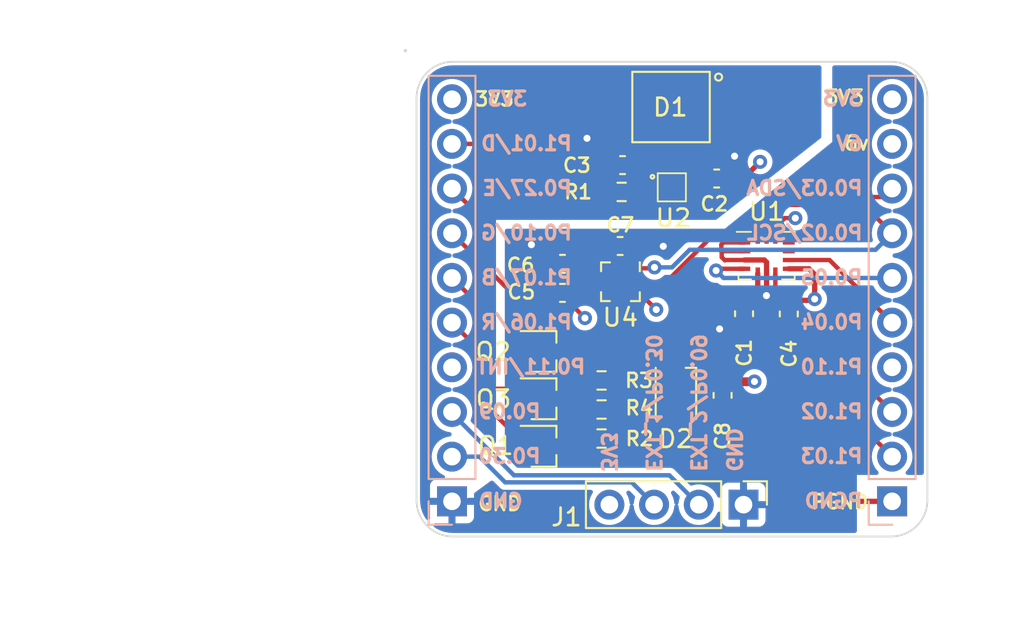
<source format=kicad_pcb>
(kicad_pcb (version 20221018) (generator pcbnew)
  (layers (0 "F.Cu" signal) (1 "In1.Cu" signal) (2 "In2.Cu" signal) (31 "B.Cu" power) (34 "B.Paste" user) (35 "F.Paste" user) (36 "B.SilkS" user "B.Silkscreen") (37 "F.SilkS" user "F.Silkscreen") (38 "B.Mask" user) (39 "F.Mask" user) (44 "Edge.Cuts" user))
  (net 0 "")
  (net 1 "GND")
  (net 2 "+3V3")
  (net 3 "Net-(D1-A)")
  (net 4 "Net-(D1-K)")
  (net 5 "LED_R")
  (net 6 "LED_B")
  (net 7 "SCL")
  (net 8 "SDA")
  (net 9 "LED_G")
  (net 10 "LH2_D")
  (net 11 "LH2_E")
  (net 12 "EXT_2")
  (net 13 "EXT_1")
  (net 14 "+6V")
  (net 15 "INT1")
  (net 17 "Net-(D2-RK)")
  (net 18 "Net-(D2-BK)")
  (net 19 "Net-(D2-GK)")
  (net 21 "INT2")
  (net 22 "Net-(U2-AVDD)")
  (net 23 "Net-(U2-RBIAS)")
  (net 24 "Net-(Q1-D)")
  (net 25 "Net-(Q2-D)")
  (net 26 "Net-(Q3-D)")
  (net 29 "Net-(U4-C1)")
  (net 30 "INT")
  (net 31 "DRDY")
  (footprint "Resistor_SMD:R_0603_1608Metric" (layer "F.Cu") (at 138.495 116.128)
    (fp_text reference "R3" (at 2.125 0.004 180) (layer "F.SilkS") (effects (font (size 0.8 0.8))))
    (fp_text value "750")
    (fp_line (start -0.237258 -0.5225) (end 0.237258 -0.5225) (stroke (width 0.12)) (layer "F.SilkS"))
    (fp_line (start -0.237258 0.5225) (end 0.237258 0.5225) (stroke (width 0.12)) (layer "F.SilkS"))
    (pad "1" smd roundrect (at -0.825 0) (size 0.8 0.95) (layers "F.Cu" "F.Paste" "F.Mask") (net 25 "Net-(Q2-D)"))
    (pad "2" smd roundrect (at 0.825 0) (size 0.8 0.95) (layers "F.Cu" "F.Paste" "F.Mask") (net 19 "Net-(D2-GK)"))
  )
  (footprint "Package_TO_SOT_SMD:SOT-323_SC-70" (layer "F.Cu") (at 135.2 114.48)
    (fp_text reference "Q2" (at -2.86 0.01 180) (layer "F.SilkS"))
    (fp_text value "NX6008NBKWX")
    (fp_line (start -0.68 1.16) (end 0.73 1.16) (stroke (width 0.12)) (layer "F.SilkS"))
    (fp_line (start 0.73 -1.16) (end -1.3 -1.16) (stroke (width 0.12)) (layer "F.SilkS"))
    (fp_line (start 0.73 -1.16) (end 0.73 -0.5) (stroke (width 0.12)) (layer "F.SilkS"))
    (fp_line (start 0.73 0.5) (end 0.73 1.16) (stroke (width 0.12)) (layer "F.SilkS"))
    (pad "1" smd rect (at -1 -0.65 270) (size 0.45 0.7) (layers "F.Cu" "F.Paste" "F.Mask") (net 9 "LED_G"))
    (pad "2" smd rect (at -1 0.65 270) (size 0.45 0.7) (layers "F.Cu" "F.Paste" "F.Mask") (net 1 "GND"))
    (pad "3" smd rect (at 1 0 270) (size 0.45 0.7) (layers "F.Cu" "F.Paste" "F.Mask") (net 25 "Net-(Q2-D)"))
  )
  (footprint "Resistor_SMD:R_0603_1608Metric" (layer "F.Cu") (at 138.495 117.779)
    (fp_text reference "R4" (at 2.145 -0.087) (layer "F.SilkS") (effects (font (size 0.8 0.8))))
    (fp_text value "750")
    (fp_line (start -0.237258 -0.5225) (end 0.237258 -0.5225) (stroke (width 0.12)) (layer "F.SilkS"))
    (fp_line (start -0.237258 0.5225) (end 0.237258 0.5225) (stroke (width 0.12)) (layer "F.SilkS"))
    (pad "1" smd roundrect (at -0.825 0) (size 0.8 0.95) (layers "F.Cu" "F.Paste" "F.Mask") (net 26 "Net-(Q3-D)"))
    (pad "2" smd roundrect (at 0.825 0) (size 0.8 0.95) (layers "F.Cu" "F.Paste" "F.Mask") (net 18 "Net-(D2-BK)"))
  )
  (footprint "DotBot:TS4231" (layer "F.Cu") (at 142.486 105.148)
    (fp_text reference "U2" (at 0.084 1.752) (layer "F.SilkS"))
    (fp_text value "TS4231")
    (fp_line (start -0.8 -0.8) (end 0.8 -0.8) (stroke (width 0.1)) (layer "F.SilkS"))
    (fp_line (start -0.8 0.8) (end -0.8 -0.8) (stroke (width 0.1)) (layer "F.SilkS"))
    (fp_line (start 0.8 -0.8) (end 0.8 0.8) (stroke (width 0.1)) (layer "F.SilkS"))
    (fp_line (start 0.8 0.8) (end -0.8 0.8) (stroke (width 0.1)) (layer "F.SilkS"))
    (fp_circle (center -1.1 -0.6) (end -1 -0.6) (stroke (width 0.12)) (fill none) (layer "F.SilkS"))
    (pad "A1" smd circle (at -0.5 -0.5) (size 0.35 0.35) (layers "F.Cu" "F.Paste" "F.Mask") (net 22 "Net-(U2-AVDD)"))
    (pad "A2" smd circle (at 0 -0.5) (size 0.35 0.35) (layers "F.Cu" "F.Paste" "F.Mask") (net 3 "Net-(D1-A)"))
    (pad "A3" smd circle (at 0.5 -0.5) (size 0.35 0.35) (layers "F.Cu" "F.Paste" "F.Mask") (net 4 "Net-(D1-K)"))
    (pad "B1" smd circle (at -0.5 0) (size 0.35 0.35) (layers "F.Cu" "F.Paste" "F.Mask") (net 23 "Net-(U2-RBIAS)"))
    (pad "B2" smd circle (at 0 0) (size 0.35 0.35) (layers "F.Cu" "F.Paste" "F.Mask") (net 1 "GND"))
    (pad "B3" smd circle (at 0.5 0) (size 0.35 0.35) (layers "F.Cu" "F.Paste" "F.Mask") (net 1 "GND"))
    (pad "C1" smd circle (at -0.5 0.5) (size 0.35 0.35) (layers "F.Cu" "F.Paste" "F.Mask") (net 10 "LH2_D"))
    (pad "C2" smd circle (at 0 0.5) (size 0.35 0.35) (layers "F.Cu" "F.Paste" "F.Mask") (net 11 "LH2_E"))
    (pad "C3" smd circle (at 0.5 0.5) (size 0.35 0.35) (layers "F.Cu" "F.Paste" "F.Mask") (net 2 "+3V3"))
  )
  (footprint "Package_LGA:LGA-12_2x2mm_P0.5mm" (layer "F.Cu") (at 139.568 110.5155 -90)
    (fp_text reference "U4" (at 2.0325 0.004 -180) (layer "F.SilkS"))
    (fp_text value "LIS3MDL")
    (fp_line (start -1.1 -1.1) (end -1.1 -1.1) (stroke (width 0.12)) (layer "F.SilkS"))
    (fp_line (start -1.1 0.6) (end -1.1 0.6) (stroke (width 0.12)) (layer "F.SilkS"))
    (fp_line (start -1.1 1.1) (end -1.1 0.6) (stroke (width 0.12)) (layer "F.SilkS"))
    (fp_line (start -0.6 -1.1) (end -1.1 -1.1) (stroke (width 0.12)) (layer "F.SilkS"))
    (fp_line (start -0.6 1.1) (end -1.1 1.1) (stroke (width 0.12)) (layer "F.SilkS"))
    (fp_line (start 0.6 -1.1) (end 1.1 -1.1) (stroke (width 0.12)) (layer "F.SilkS"))
    (fp_line (start 0.6 1.1) (end 0.6 1.1) (stroke (width 0.12)) (layer "F.SilkS"))
    (fp_line (start 1.1 -1.1) (end 1.1 -0.6) (stroke (width 0.12)) (layer "F.SilkS"))
    (fp_line (start 1.1 -0.6) (end 1.1 -0.6) (stroke (width 0.12)) (layer "F.SilkS"))
    (fp_line (start 1.1 0.6) (end 1.1 1.1) (stroke (width 0.12)) (layer "F.SilkS"))
    (fp_line (start 1.1 1.1) (end 0.6 1.1) (stroke (width 0.12)) (layer "F.SilkS"))
    (pad "1" smd rect (at -0.7625 -0.75 270) (size 0.375 0.35) (layers "F.Cu" "F.Paste" "F.Mask") (net 7 "SCL"))
    (pad "2" smd rect (at -0.7625 -0.25 270) (size 0.375 0.35) (layers "F.Cu" "F.Paste" "F.Mask") (net 1 "GND"))
    (pad "3" smd rect (at -0.7625 0.25 270) (size 0.375 0.35) (layers "F.Cu" "F.Paste" "F.Mask") (net 1 "GND"))
    (pad "4" smd rect (at -0.7625 0.75 270) (size 0.375 0.35) (layers "F.Cu" "F.Paste" "F.Mask") (net 29 "Net-(U4-C1)"))
    (pad "5" smd rect (at -0.25 0.7625) (size 0.375 0.35) (layers "F.Cu" "F.Paste" "F.Mask") (net 2 "+3V3"))
    (pad "6" smd rect (at 0.25 0.7625) (size 0.375 0.35) (layers "F.Cu" "F.Paste" "F.Mask") (net 2 "+3V3"))
    (pad "7" smd rect (at 0.7625 0.75 270) (size 0.375 0.35) (layers "F.Cu" "F.Paste" "F.Mask") (net 30 "INT"))
    (pad "8" smd rect (at 0.7625 0.25 270) (size 0.375 0.35) (layers "F.Cu" "F.Paste" "F.Mask") (net 31 "DRDY"))
    (pad "9" smd rect (at 0.7625 -0.25 270) (size 0.375 0.35) (layers "F.Cu" "F.Paste" "F.Mask") (net 1 "GND"))
    (pad "10" smd rect (at 0.7625 -0.75 270) (size 0.375 0.35) (layers "F.Cu" "F.Paste" "F.Mask") (net 2 "+3V3"))
    (pad "11" smd rect (at 0.25 -0.7625) (size 0.375 0.35) (layers "F.Cu" "F.Paste" "F.Mask") (net 8 "SDA"))
    (pad "12" smd rect (at -0.25 -0.7625) (size 0.375 0.35) (layers "F.Cu" "F.Paste" "F.Mask") (net 1 "GND"))
  )
  (footprint "Capacitor_SMD:C_0603_1608Metric" (layer "F.Cu") (at 145.37 116.975 -90)
    (fp_text reference "C8" (at 2.315 0 -90) (layer "F.SilkS") (effects (font (size 0.8 0.8))))
    (fp_text value "100nF")
    (fp_line (start -0.14058 -0.51) (end 0.14058 -0.51) (stroke (width 0.12)) (layer "F.SilkS"))
    (fp_line (start -0.14058 0.51) (end 0.14058 0.51) (stroke (width 0.12)) (layer "F.SilkS"))
    (pad "1" smd roundrect (at -0.775 0 270) (size 0.9 0.95) (layers "F.Cu" "F.Paste" "F.Mask") (net 14 "+6V"))
    (pad "2" smd roundrect (at 0.775 0 270) (size 0.9 0.95) (layers "F.Cu" "F.Paste" "F.Mask") (net 1 "GND"))
  )
  (footprint "Connector_PinHeader_2.54mm:PinHeader_1x04_P2.54mm_Vertical" (layer "F.Cu") (at 146.558 123.19 -90)
    (fp_text reference "J1" (at 0.71 10.058 -180) (layer "F.SilkS"))
    (fp_text value "Conn_01x04")
    (fp_line (start -1.33 -1.33) (end 0 -1.33) (stroke (width 0.12)) (layer "F.SilkS"))
    (fp_line (start -1.33 0) (end -1.33 -1.33) (stroke (width 0.12)) (layer "F.SilkS"))
    (fp_line (start -1.33 1.27) (end -1.33 8.95) (stroke (width 0.12)) (layer "F.SilkS"))
    (fp_line (start -1.33 1.27) (end 1.33 1.27) (stroke (width 0.12)) (layer "F.SilkS"))
    (fp_line (start -1.33 8.95) (end 1.33 8.95) (stroke (width 0.12)) (layer "F.SilkS"))
    (fp_line (start 1.33 1.27) (end 1.33 8.95) (stroke (width 0.12)) (layer "F.SilkS"))
    (pad "1" thru_hole rect (at 0 0 270) (size 1.7 1.7) (drill 1) (layers "*.Cu" "*.Mask") (net 1 "GND"))
    (pad "2" thru_hole oval (at 0 2.54 270) (size 1.7 1.7) (drill 1) (layers "*.Cu" "*.Mask") (net 12 "EXT_2"))
    (pad "3" thru_hole oval (at 0 5.08 270) (size 1.7 1.7) (drill 1) (layers "*.Cu" "*.Mask") (net 13 "EXT_1"))
    (pad "4" thru_hole oval (at 0 7.62 270) (size 1.7 1.7) (drill 1) (layers "*.Cu" "*.Mask") (net 2 "+3V3"))
  )
  (footprint "Capacitor_SMD:C_0603_1608Metric" (layer "F.Cu") (at 145.034 104.648)
    (fp_text reference "C2" (at -0.134 1.452) (layer "F.SilkS") (effects (font (size 0.8 0.8))))
    (fp_text value "100nF")
    (fp_line (start -0.14058 -0.51) (end 0.14058 -0.51) (stroke (width 0.12)) (layer "F.SilkS"))
    (fp_line (start -0.14058 0.51) (end 0.14058 0.51) (stroke (width 0.12)) (layer "F.SilkS"))
    (pad "1" smd roundrect (at -0.775 0) (size 0.9 0.95) (layers "F.Cu" "F.Paste" "F.Mask") (net 1 "GND"))
    (pad "2" smd roundrect (at 0.775 0) (size 0.9 0.95) (layers "F.Cu" "F.Paste" "F.Mask") (net 2 "+3V3"))
  )
  (footprint "Resistor_SMD:R_0603_1608Metric" (layer "F.Cu") (at 139.637 105.41)
    (fp_text reference "R1" (at -2.477 0) (layer "F.SilkS") (effects (font (size 0.8 0.8))))
    (fp_text value "15k")
    (fp_line (start -0.237258 -0.5225) (end 0.237258 -0.5225) (stroke (width 0.12)) (layer "F.SilkS"))
    (fp_line (start -0.237258 0.5225) (end 0.237258 0.5225) (stroke (width 0.12)) (layer "F.SilkS"))
    (pad "1" smd roundrect (at -0.825 0) (size 0.8 0.95) (layers "F.Cu" "F.Paste" "F.Mask") (net 1 "GND"))
    (pad "2" smd roundrect (at 0.825 0) (size 0.8 0.95) (layers "F.Cu" "F.Paste" "F.Mask") (net 23 "Net-(U2-RBIAS)"))
  )
  (footprint "Capacitor_SMD:C_0603_1608Metric" (layer "F.Cu") (at 146.59 112.3355 -90)
    (fp_text reference "C1" (at 2.2245 -0.01 -90) (layer "F.SilkS") (effects (font (size 0.8 0.8))))
    (fp_text value "100nF")
    (fp_line (start -0.14058 -0.51) (end 0.14058 -0.51) (stroke (width 0.12)) (layer "F.SilkS"))
    (fp_line (start -0.14058 0.51) (end 0.14058 0.51) (stroke (width 0.12)) (layer "F.SilkS"))
    (pad "1" smd roundrect (at -0.775 0 270) (size 0.9 0.95) (layers "F.Cu" "F.Paste" "F.Mask") (net 2 "+3V3"))
    (pad "2" smd roundrect (at 0.775 0 270) (size 0.9 0.95) (layers "F.Cu" "F.Paste" "F.Mask") (net 1 "GND"))
  )
  (footprint "LED_SMD:LED_Cree-PLCC4_2x2mm_CW" (layer "F.Cu") (at 142.72 116.86 -90)
    (fp_text reference "D2" (at 2.59 0.01) (layer "F.SilkS"))
    (fp_text value "CLMVC-FKA")
    (fp_line (start -1.45 -1.15) (end 1.45 -1.15) (stroke (width 0.12)) (layer "F.SilkS"))
    (fp_line (start -1.45 -0.55) (end -1.45 -1.15) (stroke (width 0.12)) (layer "F.SilkS"))
    (fp_line (start -1.45 1.15) (end 1.45 1.15) (stroke (width 0.12)) (layer "F.SilkS"))
    (pad "1" smd rect (at -0.75 -0.55 270) (size 1 0.8) (layers "F.Cu" "F.Paste" "F.Mask") (net 14 "+6V"))
    (pad "2" smd rect (at 0.75 -0.55 270) (size 1 0.8) (layers "F.Cu" "F.Paste" "F.Mask") (net 17 "Net-(D2-RK)"))
    (pad "3" smd rect (at 0.75 0.55 270) (size 1 0.8) (layers "F.Cu" "F.Paste" "F.Mask") (net 18 "Net-(D2-BK)"))
    (pad "4" smd rect (at -0.75 0.55 270) (size 1 0.8) (layers "F.Cu" "F.Paste" "F.Mask") (net 19 "Net-(D2-GK)"))
  )
  (footprint "Package_LGA:Bosch_LGA-14_3x2.5mm_P0.5mm" (layer "F.Cu") (at 147.8675 109.03)
    (fp_text reference "U1" (at 0 -2.5) (layer "F.SilkS"))
    (fp_text value "ISM330DHCXTR")
    (fp_line (start -1.7 -1.35) (end -0.88 -1.35) (stroke (width 0.1)) (layer "F.SilkS"))
    (fp_line (start -1.6 1.35) (end -1.6 1.13) (stroke (width 0.1)) (layer "F.SilkS"))
    (fp_line (start -1.6 1.35) (end -0.88 1.35) (stroke (width 0.1)) (layer "F.SilkS"))
    (fp_line (start 0.88 -1.35) (end 1.6 -1.35) (stroke (width 0.1)) (layer "F.SilkS"))
    (fp_line (start 1.6 -1.35) (end 1.6 -1.13) (stroke (width 0.1)) (layer "F.SilkS"))
    (fp_line (start 1.6 1.13) (end 1.6 1.35) (stroke (width 0.1)) (layer "F.SilkS"))
    (fp_line (start 1.6 1.35) (end 0.88 1.35) (stroke (width 0.1)) (layer "F.SilkS"))
    (pad "1" smd rect (at -1.2625 -0.75) (size 0.675 0.25) (layers "F.Cu" "F.Paste" "F.Mask") (net 1 "GND"))
    (pad "2" smd rect (at -1.2625 -0.25) (size 0.675 0.25) (layers "F.Cu" "F.Paste" "F.Mask") (net 1 "GND"))
    (pad "3" smd rect (at -1.2625 0.25) (size 0.675 0.25) (layers "F.Cu" "F.Paste" "F.Mask") (net 1 "GND"))
    (pad "4" smd rect (at -1.2625 0.75) (size 0.675 0.25) (layers "F.Cu" "F.Paste" "F.Mask") (net 15 "INT1"))
    (pad "5" smd rect (at -0.5 1.0125) (size 0.25 0.675) (layers "F.Cu" "F.Paste" "F.Mask") (net 2 "+3V3"))
    (pad "6" smd rect (at 0 1.0125) (size 0.25 0.675) (layers "F.Cu" "F.Paste" "F.Mask") (net 1 "GND"))
    (pad "7" smd rect (at 0.5 1.0125) (size 0.25 0.675) (layers "F.Cu" "F.Paste" "F.Mask") (net 1 "GND"))
    (pad "8" smd rect (at 1.2625 0.75) (size 0.675 0.25) (layers "F.Cu" "F.Paste" "F.Mask") (net 2 "+3V3"))
    (pad "9" smd rect (at 1.2625 0.25) (size 0.675 0.25) (layers "F.Cu" "F.Paste" "F.Mask") (net 21 "INT2"))
    (pad "10" smd rect (at 1.2625 -0.25) (size 0.675 0.25) (layers "F.Cu" "F.Paste" "F.Mask"))
    (pad "11" smd rect (at 1.2625 -0.75) (size 0.675 0.25) (layers "F.Cu" "F.Paste" "F.Mask"))
    (pad "12" smd rect (at 0.5 -1.0125) (size 0.25 0.675) (layers "F.Cu" "F.Paste" "F.Mask") (net 2 "+3V3"))
    (pad "13" smd rect (at 0 -1.0125) (size 0.25 0.675) (layers "F.Cu" "F.Paste" "F.Mask") (net 7 "SCL"))
    (pad "14" smd rect (at -0.5 -1.0125) (size 0.25 0.675) (layers "F.Cu" "F.Paste" "F.Mask") (net 8 "SDA"))
  )
  (footprint "Resistor_SMD:R_0603_1608Metric" (layer "F.Cu") (at 138.495 119.43)
    (fp_text reference "R2" (at 2.155 0.012 180) (layer "F.SilkS") (effects (font (size 0.8 0.8))))
    (fp_text value "1k")
    (fp_line (start -0.237258 -0.5225) (end 0.237258 -0.5225) (stroke (width 0.12)) (layer "F.SilkS"))
    (fp_line (start -0.237258 0.5225) (end 0.237258 0.5225) (stroke (width 0.12)) (layer "F.SilkS"))
    (pad "1" smd roundrect (at -0.825 0) (size 0.8 0.95) (layers "F.Cu" "F.Paste" "F.Mask") (net 24 "Net-(Q1-D)"))
    (pad "2" smd roundrect (at 0.825 0) (size 0.8 0.95) (layers "F.Cu" "F.Paste" "F.Mask") (net 17 "Net-(D2-RK)"))
  )
  (footprint "Capacitor_SMD:C_0603_1608Metric" (layer "F.Cu") (at 139.687 103.886)
    (fp_text reference "C3" (at -2.597 0.014) (layer "F.SilkS") (effects (font (size 0.8 0.8))))
    (fp_text value "1uF")
    (fp_line (start -0.14058 -0.51) (end 0.14058 -0.51) (stroke (width 0.12)) (layer "F.SilkS"))
    (fp_line (start -0.14058 0.51) (end 0.14058 0.51) (stroke (width 0.12)) (layer "F.SilkS"))
    (pad "1" smd roundrect (at -0.775 0) (size 0.9 0.95) (layers "F.Cu" "F.Paste" "F.Mask") (net 1 "GND"))
    (pad "2" smd roundrect (at 0.775 0) (size 0.9 0.95) (layers "F.Cu" "F.Paste" "F.Mask") (net 22 "Net-(U2-AVDD)"))
  )
  (footprint "Capacitor_SMD:C_0603_1608Metric" (layer "F.Cu") (at 149.13 112.3485 -90)
    (fp_text reference "C4" (at 2.2615 -0.02 90) (layer "F.SilkS") (effects (font (size 0.8 0.8))))
    (fp_text value "100nF")
    (fp_line (start -0.14058 -0.51) (end 0.14058 -0.51) (stroke (width 0.12)) (layer "F.SilkS"))
    (fp_line (start -0.14058 0.51) (end 0.14058 0.51) (stroke (width 0.12)) (layer "F.SilkS"))
    (pad "1" smd roundrect (at -0.775 0 270) (size 0.9 0.95) (layers "F.Cu" "F.Paste" "F.Mask") (net 2 "+3V3"))
    (pad "2" smd roundrect (at 0.775 0 270) (size 0.9 0.95) (layers "F.Cu" "F.Paste" "F.Mask") (net 1 "GND"))
  )
  (footprint "DotBot:BPW34" (layer "F.Cu") (at 142.442 100.584)
    (fp_text reference "D1" (at -0.042 0.016) (layer "F.SilkS"))
    (fp_text value "BPW34S")
    (fp_line (start -2.2 -2) (end 2.2 -2) (stroke (width 0.12)) (layer "F.SilkS"))
    (fp_line (start -2.2 2) (end -2.2 -2) (stroke (width 0.12)) (layer "F.SilkS"))
    (fp_line (start 2.2 -2) (end 2.2 2) (stroke (width 0.12)) (layer "F.SilkS"))
    (fp_line (start 2.2 2) (end -2.2 2) (stroke (width 0.12)) (layer "F.SilkS"))
    (fp_circle (center 2.7 -1.7) (end 2.9 -1.7) (stroke (width 0.12)) (fill none) (layer "F.SilkS"))
    (pad "1" smd rect (at 3.1 0) (size 1.4 2) (layers "F.Cu" "F.Paste" "F.Mask") (net 4 "Net-(D1-K)"))
    (pad "2" smd rect (at -3 0) (size 1.4 1.2) (layers "F.Cu" "F.Paste" "F.Mask") (net 3 "Net-(D1-A)"))
  )
  (footprint "Capacitor_SMD:C_0603_1608Metric" (layer "F.Cu") (at 136.275 109.5 180)
    (fp_text reference "C6" (at 2.375 -0.09) (layer "F.SilkS") (effects (font (size 0.8 0.8))))
    (fp_text value "1uF")
    (fp_line (start -0.14058 -0.51) (end 0.14058 -0.51) (stroke (width 0.12)) (layer "F.SilkS"))
    (fp_line (start -0.14058 0.51) (end 0.14058 0.51) (stroke (width 0.12)) (layer "F.SilkS"))
    (pad "1" smd roundrect (at -0.775 0 180) (size 0.9 0.95) (layers "F.Cu" "F.Paste" "F.Mask") (net 2 "+3V3"))
    (pad "2" smd roundrect (at 0.775 0 180) (size 0.9 0.95) (layers "F.Cu" "F.Paste" "F.Mask") (net 1 "GND"))
  )
  (footprint "Capacitor_SMD:C_0603_1608Metric" (layer "F.Cu") (at 136.275 111.151 180)
    (fp_text reference "C5" (at 2.335 0.051) (layer "F.SilkS") (effects (font (size 0.8 0.8))))
    (fp_text value "100nF")
    (fp_line (start -0.14058 -0.51) (end 0.14058 -0.51) (stroke (width 0.12)) (layer "F.SilkS"))
    (fp_line (start -0.14058 0.51) (end 0.14058 0.51) (stroke (width 0.12)) (layer "F.SilkS"))
    (pad "1" smd roundrect (at -0.775 0 180) (size 0.9 0.95) (layers "F.Cu" "F.Paste" "F.Mask") (net 2 "+3V3"))
    (pad "2" smd roundrect (at 0.775 0 180) (size 0.9 0.95) (layers "F.Cu" "F.Paste" "F.Mask") (net 1 "GND"))
  )
  (footprint "Capacitor_SMD:C_0603_1608Metric" (layer "F.Cu") (at 139.551 108.484)
    (fp_text reference "C7" (at 0.009 -1.194) (layer "F.SilkS") (effects (font (size 0.8 0.8))))
    (fp_text value "100nF")
    (fp_line (start -0.14058 -0.51) (end 0.14058 -0.51) (stroke (width 0.12)) (layer "F.SilkS"))
    (fp_line (start -0.14058 0.51) (end 0.14058 0.51) (stroke (width 0.12)) (layer "F.SilkS"))
    (pad "1" smd roundrect (at -0.775 0) (size 0.9 0.95) (layers "F.Cu" "F.Paste" "F.Mask") (net 29 "Net-(U4-C1)"))
    (pad "2" smd roundrect (at 0.775 0) (size 0.9 0.95) (layers "F.Cu" "F.Paste" "F.Mask") (net 1 "GND"))
  )
  (footprint "Package_TO_SOT_SMD:SOT-323_SC-70" (layer "F.Cu") (at 135.2 119.87)
    (fp_text reference "Q1" (at -2.72 -0.03 180) (layer "F.SilkS"))
    (fp_text value "NX6008NBKWX")
    (fp_line (start -0.68 1.16) (end 0.73 1.16) (stroke (width 0.12)) (layer "F.SilkS"))
    (fp_line (start 0.73 -1.16) (end -1.3 -1.16) (stroke (width 0.12)) (layer "F.SilkS"))
    (fp_line (start 0.73 -1.16) (end 0.73 -0.5) (stroke (width 0.12)) (layer "F.SilkS"))
    (fp_line (start 0.73 0.5) (end 0.73 1.16) (stroke (width 0.12)) (layer "F.SilkS"))
    (pad "1" smd rect (at -1 -0.65 270) (size 0.45 0.7) (layers "F.Cu" "F.Paste" "F.Mask") (net 5 "LED_R"))
    (pad "2" smd rect (at -1 0.65 270) (size 0.45 0.7) (layers "F.Cu" "F.Paste" "F.Mask") (net 1 "GND"))
    (pad "3" smd rect (at 1 0 270) (size 0.45 0.7) (layers "F.Cu" "F.Paste" "F.Mask") (net 24 "Net-(Q1-D)"))
  )
  (footprint "Package_TO_SOT_SMD:SOT-323_SC-70" (layer "F.Cu") (at 135.2 117.17)
    (fp_text reference "Q3" (at -2.84 0.02 180) (layer "F.SilkS"))
    (fp_text value "NX6008NBKWX")
    (fp_line (start -0.68 1.16) (end 0.73 1.16) (stroke (width 0.12)) (layer "F.SilkS"))
    (fp_line (start 0.73 -1.16) (end -1.3 -1.16) (stroke (width 0.12)) (layer "F.SilkS"))
    (fp_line (start 0.73 -1.16) (end 0.73 -0.5) (stroke (width 0.12)) (layer "F.SilkS"))
    (fp_line (start 0.73 0.5) (end 0.73 1.16) (stroke (width 0.12)) (layer "F.SilkS"))
    (pad "1" smd rect (at -1 -0.65 270) (size 0.45 0.7) (layers "F.Cu" "F.Paste" "F.Mask") (net 6 "LED_B"))
    (pad "2" smd rect (at -1 0.65 270) (size 0.45 0.7) (layers "F.Cu" "F.Paste" "F.Mask") (net 1 "GND"))
    (pad "3" smd rect (at 1 0 270) (size 0.45 0.7) (layers "F.Cu" "F.Paste" "F.Mask") (net 26 "Net-(Q3-D)"))
  )
  (footprint "Connector_PinHeader_2.54mm:PinHeader_1x10_P2.54mm_Vertical" (layer "B.Cu") (at 155 123)
    (fp_text reference "J3" hide)
    (fp_text value "Conn_01x10")
    (fp_line (start -1.33 -24.19) (end 1.33 -24.19) (stroke (width 0.12)) (layer "B.SilkS"))
    (fp_line (start -1.33 -1.27) (end -1.33 -24.19) (stroke (width 0.12)) (layer "B.SilkS"))
    (fp_line (start -1.33 -1.27) (end 1.33 -1.27) (stroke (width 0.12)) (layer "B.SilkS"))
    (fp_line (start -1.33 0) (end -1.33 1.33) (stroke (width 0.12)) (layer "B.SilkS"))
    (fp_line (start -1.33 1.33) (end 0 1.33) (stroke (width 0.12)) (layer "B.SilkS"))
    (fp_line (start 1.33 -1.27) (end 1.33 -24.19) (stroke (width 0.12)) (layer "B.SilkS"))
    (pad "1" thru_hole rect (at 0 0) (size 1.7 1.7) (drill 1) (layers "*.Cu" "*.Mask") (net 1 "GND"))
    (pad "2" thru_hole oval (at 0 -2.54) (size 1.7 1.7) (drill 1) (layers "*.Cu" "*.Mask") (net 30 "INT"))
    (pad "3" thru_hole oval (at 0 -5.08) (size 1.7 1.7) (drill 1) (layers "*.Cu" "*.Mask") (net 31 "DRDY"))
    (pad "4" thru_hole oval (at 0 -7.62) (size 1.7 1.7) (drill 1) (layers "*.Cu" "*.Mask"))
    (pad "5" thru_hole oval (at 0 -10.16) (size 1.7 1.7) (drill 1) (layers "*.Cu" "*.Mask") (net 21 "INT2"))
    (pad "6" thru_hole oval (at 0 -12.7) (size 1.7 1.7) (drill 1) (layers "*.Cu" "*.Mask") (net 15 "INT1"))
    (pad "7" thru_hole oval (at 0 -15.24) (size 1.7 1.7) (drill 1) (layers "*.Cu" "*.Mask") (net 7 "SCL"))
    (pad "8" thru_hole oval (at 0 -17.78) (size 1.7 1.7) (drill 1) (layers "*.Cu" "*.Mask") (net 8 "SDA"))
    (pad "9" thru_hole oval (at 0 -20.32) (size 1.7 1.7) (drill 1) (layers "*.Cu" "*.Mask") (net 14 "+6V"))
    (pad "10" thru_hole oval (at 0 -22.86) (size 1.7 1.7) (drill 1) (layers "*.Cu" "*.Mask") (net 2 "+3V3"))
  )
  (footprint "Connector_PinHeader_2.54mm:PinHeader_1x10_P2.54mm_Vertical" (layer "B.Cu") (at 130 123)
    (fp_text reference "J2" hide)
    (fp_text value "Conn_01x10")
    (fp_line (start -1.33 -24.19) (end 1.33 -24.19) (stroke (width 0.12)) (layer "B.SilkS"))
    (fp_line (start -1.33 -1.27) (end -1.33 -24.19) (stroke (width 0.12)) (layer "B.SilkS"))
    (fp_line (start -1.33 -1.27) (end 1.33 -1.27) (stroke (width 0.12)) (layer "B.SilkS"))
    (fp_line (start -1.33 0) (end -1.33 1.33) (stroke (width 0.12)) (layer "B.SilkS"))
    (fp_line (start -1.33 1.33) (end 0 1.33) (stroke (width 0.12)) (layer "B.SilkS"))
    (fp_line (start 1.33 -1.27) (end 1.33 -24.19) (stroke (width 0.12)) (layer "B.SilkS"))
    (pad "1" thru_hole rect (at 0 0) (size 1.7 1.7) (drill 1) (layers "*.Cu" "*.Mask") (net 1 "GND"))
    (pad "2" thru_hole oval (at 0 -2.54) (size 1.7 1.7) (drill 1) (layers "*.Cu" "*.Mask") (net 13 "EXT_1"))
    (pad "3" thru_hole oval (at 0 -5.08) (size 1.7 1.7) (drill 1) (layers "*.Cu" "*.Mask") (net 12 "EXT_2"))
    (pad "4" thru_hole oval (at 0 -7.62) (size 1.7 1.7) (drill 1) (layers "*.Cu" "*.Mask"))
    (pad "5" thru_hole oval (at 0 -10.16) (size 1.7 1.7) (drill 1) (layers "*.Cu" "*.Mask") (net 5 "LED_R"))
    (pad "6" thru_hole oval (at 0 -12.7) (size 1.7 1.7) (drill 1) (layers "*.Cu" "*.Mask") (net 6 "LED_B"))
    (pad "7" thru_hole oval (at 0 -15.24) (size 1.7 1.7) (drill 1) (layers "*.Cu" "*.Mask") (net 9 "LED_G"))
    (pad "8" thru_hole oval (at 0 -17.78) (size 1.7 1.7) (drill 1) (layers "*.Cu" "*.Mask") (net 11 "LH2_E"))
    (pad "9" thru_hole oval (at 0 -20.32) (size 1.7 1.7) (drill 1) (layers "*.Cu" "*.Mask") (net 10 "LH2_D"))
    (pad "10" thru_hole oval (at 0 -22.86) (size 1.7 1.7) (drill 1) (layers "*.Cu" "*.Mask") (net 2 "+3V3"))
  )
  (gr_line (start 127.984 122.936) (end 127.984 100.076) (stroke (width 0.1)) (layer "Edge.Cuts"))
  (gr_arc (start 127.984 100.076) (mid 128.588532 98.616532) (end 130.048 98.012) (stroke (width 0.1)) (layer "Edge.Cuts"))
  (gr_arc (start 127.353923 97.381923) (mid 127.353923 97.381923) (end 127.353923 97.381923) (stroke (width 0.1)) (layer "Edge.Cuts"))
  (gr_arc (start 130.048 125) (mid 128.588532 124.395468) (end 127.984 122.936) (stroke (width 0.1)) (layer "Edge.Cuts"))
  (gr_arc (start 157.004 122.936) (mid 156.399468 124.395468) (end 154.94 125) (stroke (width 0.1)) (layer "Edge.Cuts"))
  (gr_line (start 157.004 122.936) (end 157.004 100.076) (stroke (width 0.1)) (layer "Edge.Cuts"))
  (gr_line (start 154.94 98.012) (end 130.048 98.012) (stroke (width 0.1)) (layer "Edge.Cuts"))
  (gr_arc (start 154.94 98.012) (mid 156.399468 98.616532) (end 157.004 100.076) (stroke (width 0.1)) (layer "Edge.Cuts"))
  (gr_line (start 130.048 125) (end 154.94 125) (stroke (width 0.1)) (layer "Edge.Cuts"))
  (gr_text "EXT_1/P0.30" (at 140.97 121.412 270) (layer "B.SilkS") (effects (font (size 0.8 0.8) (thickness 0.1875)) (justify left bottom mirror)))
  (gr_text "P1.01/D" (at 136.906 103.124) (layer "B.SilkS") (effects (font (size 0.8 0.8) (thickness 0.1875)) (justify left bottom mirror)))
  (gr_text "P1.07/B" (at 136.906 110.744) (layer "B.SilkS") (effects (font (size 0.8 0.8) (thickness 0.1875)) (justify left bottom mirror)))
  (gr_text "P1.06/R" (at 136.906 113.284) (layer "B.SilkS") (effects (font (size 0.8 0.8) (thickness 0.1875)) (justify left bottom mirror)))
  (gr_text "P1.03" (at 153.416 120.904) (layer "B.SilkS") (effects (font (size 0.8 0.8) (thickness 0.1875)) (justify left bottom mirror)))
  (gr_text "P0.30" (at 135.128 120.904) (layer "B.SilkS") (effects (font (size 0.8 0.8) (thickness 0.1875)) (justify left bottom mirror)))
  (gr_text "P0.11/INT" (at 137.668 115.824) (layer "B.SilkS") (effects (font (size 0.8 0.8) (thickness 0.1875)) (justify left bottom mirror)))
  (gr_text "P0.09" (at 135.128 118.364) (layer "B.SilkS") (effects (font (size 0.8 0.8) (thickness 0.1875)) (justify left bottom mirror)))
  (gr_text "GND" (at 145.542 121.412 270) (layer "B.SilkS") (effects (font (size 0.8 0.8) (thickness 0.1875)) (justify left bottom mirror)))
  (gr_text "P0.05" (at 153.416 110.744) (layer "B.SilkS") (effects (font (size 0.8 0.8) (thickness 0.1875)) (justify left bottom mirror)))
  (gr_text "3V3" (at 153.416 100.584) (layer "B.SilkS") (effects (font (size 0.8 0.8) (thickness 0.1875)) (justify left bottom mirror)))
  (gr_text "PGND" (at 153.416 123.444) (layer "B.SilkS") (effects (font (size 0.8 0.8) (thickness 0.1875)) (justify left bottom mirror)))
  (gr_text "3V3" (at 134.366 100.584) (layer "B.SilkS") (effects (font (size 0.8 0.8) (thickness 0.1875)) (justify left bottom mirror)))
  (gr_text "P0.02/SCL" (at 153.416 108.204) (layer "B.SilkS") (effects (font (size 0.8 0.8) (thickness 0.1875)) (justify left bottom mirror)))
  (gr_text "GND" (at 134.112 123.444) (layer "B.SilkS") (effects (font (size 0.8 0.8) (thickness 0.1875)) (justify left bottom mirror)))
  (gr_text "P0.04" (at 153.416 113.284) (layer "B.SilkS") (effects (font (size 0.8 0.8) (thickness 0.1875)) (justify left bottom mirror)))
  (gr_text "P1.10" (at 153.416 115.824) (layer "B.SilkS") (effects (font (size 0.8 0.8) (thickness 0.1875)) (justify left bottom mirror)))
  (gr_text "P0.27/E" (at 136.906 105.664) (layer "B.SilkS") (effects (font (size 0.8 0.8) (thickness 0.1875)) (justify left bottom mirror)))
  (gr_text "P1.02" (at 153.416 118.364) (layer "B.SilkS") (effects (font (size 0.8 0.8) (thickness 0.1875)) (justify left bottom mirror)))
  (gr_text "P0.10/G" (at 136.906 108.204) (layer "B.SilkS") (effects (font (size 0.8 0.8) (thickness 0.1875)) (justify left bottom mirror)))
  (gr_text "EXT_2/P0.09" (at 143.51 121.412 270) (layer "B.SilkS") (effects (font (size 0.8 0.8) (thickness 0.1875)) (justify left bottom mirror)))
  (gr_text "6V" (at 153.416 103.124) (layer "B.SilkS") (effects (font (size 0.8 0.8) (thickness 0.1875)) (justify left bottom mirror)))
  (gr_text "3V3" (at 138.43 121.412 270) (layer "B.SilkS") (effects (font (size 0.8 0.8) (thickness 0.1875)) (justify left bottom mirror)))
  (gr_text "P0.03/SDA" (at 153.416 105.664) (layer "B.SilkS") (effects (font (size 0.8 0.8) (thickness 0.1875)) (justify left bottom mirror)))
  (gr_text "3V3" (at 151.1 100.5) (layer "F.SilkS") (effects (font (size 0.8 0.8)) (justify left bottom)))
  (gr_text "6v" (at 152.2 103.1) (layer "F.SilkS") (effects (font (size 0.8 0.8)) (justify left bottom)))
  (gr_text "3V3" (at 131.2 100.6) (layer "F.SilkS") (effects (font (size 0.8 0.8)) (justify left bottom)))
  (gr_text "GND" (at 131.4 123.6) (layer "F.SilkS") (effects (font (size 0.8 0.8)) (justify left bottom)))
  (gr_text "PGND" (at 150.3 123.5) (layer "F.SilkS") (effects (font (size 0.8 0.8)) (justify left bottom)))
  (segment (start 141.984 108.484) (end 142 108.5) (width 0.25) (layer "F.Cu") (net 1))
  (segment (start 134.24 120.56) (end 134.2 120.52) (width 0.25) (layer "F.Cu") (net 1))
  (segment (start 147.8675 110.0425) (end 147.8675 109.405) (width 0.3) (layer "F.Cu") (net 1))
  (segment (start 145.529 103.378) (end 146.05 103.378) (width 0.3) (layer "F.Cu") (net 1))
  (segment (start 148.6 120.56) (end 148.73 120.69) (width 0.25) (layer "F.Cu") (net 1))
  (segment (start 142.986 105.148) (end 143.759 105.148) (width 0.25) (layer "F.Cu") (net 1))
  (segment (start 147.7425 109.28) (end 146.605 109.28) (width 0.3) (layer "F.Cu") (net 1))
  (segment (start 135.18 117.79) (end 135.18 116.11) (width 0.3) (layer "F.Cu") (net 1))
  (segment (start 144.259 104.648) (end 145.529 103.378) (width 0.3) (layer "F.Cu") (net 1))
  (segment (start 135.15 117.82) (end 134.2 117.82) (width 0.3) (layer "F.Cu") (net 1))
  (segment (start 138.812 103.986) (end 138.912 103.886) (width 0.5) (layer "F.Cu") (net 1))
  (segment (start 145.3 108.8) (end 145.32 108.78) (width 0.25) (layer "F.Cu") (net 1))
  (segment (start 140.326 108.357) (end 139.818 108.865) (width 0.3) (layer "F.Cu") (net 1))
  (segment (start 140.3305 110.2655) (end 139.843 110.2655) (width 0.3) (layer "F.Cu") (net 1))
  (segment (start 139.818 108.865) (end 139.818 109.753) (width 0.3) (layer "F.Cu") (net 1))
  (segment (start 145.32 108.78) (end 146.605 108.78) (width 0.25) (layer "F.Cu") (net 1))
  (segment (start 148.3675 110.0425) (end 148.3675 110.7975) (width 0.25) (layer "F.Cu") (net 1))
  (segment (start 139.318 109.753) (end 139.318 109.365) (width 0.25) (layer "F.Cu") (net 1))
  (segment (start 139.318 109.365) (end 139.818 108.865) (width 0.25) (layer "F.Cu") (net 1))
  (segment (start 151.04 123) (end 148.73 120.69) (width 0.3) (layer "F.Cu") (net 1))
  (segment (start 139.843 110.2655) (end 139.818 110.2405) (width 0.3) (layer "F.Cu") (net 1))
  (segment (start 145.42 108.28) (end 145.3 108.4) (width 0.25) (layer "F.Cu") (net 1))
  (segment (start 142.486 105.148) (end 142.986 105.148) (width 0.25) (layer "F.Cu") (net 1))
  (segment (start 135.5 109.4) (end 134.51 108.41) (width 0.25) (layer "F.Cu") (net 1))
  (segment (start 135.18 117.79) (end 135.15 117.82) (width 0.3) (layer "F.Cu") (net 1))
  (segment (start 145.32 108.78) (end 145.32 109.12) (width 0.25) (layer "F.Cu") (net 1))
  (segment (start 135.5 111.151) (end 135.5 109.5) (width 0.25) (layer "F.Cu") (net 1))
  (segment (start 147.8675 111.2975) (end 147.8675 110.0425) (width 0.3) (layer "F.Cu") (net 1))
  (segment (start 145.2895 113.1105) (end 145.2 113.2) (width 0.3) (layer "F.Cu") (net 1))
  (segment (start 143.759 105.148) (end 144.259 104.648) (width 0.25) (layer "F.Cu") (net 1))
  (segment (start 138.812 105.41) (end 138.812 103.986) (width 0.5) (layer "F.Cu") (net 1))
  (segment (start 145.3 108.4) (end 145.3 108.8) (width 0.25) (layer "F.Cu") (net 1))
  (segment (start 138.912 103.886) (end 138.912 103.606) (width 0.5) (layer "F.Cu") (net 1))
  (segment (start 151.04 123) (end 155 123) (width 0.3) (layer "F.Cu") (net 1))
  (segment (start 146.59 113.1105) (end 149.117 113.1105) (width 0.3) (layer "F.Cu") (net 1))
  (segment (start 149.117 113.1105) (end 149.13 113.1235) (width 0.3) (layer "F.Cu") (net 1))
  (segment (start 135.18 120.56) (end 134.24 120.56) (width 0.3) (layer "F.Cu") (net 1))
  (segment (start 148.3675 110.7975) (end 147.86 111.305) (width 0.25) (layer "F.Cu") (net 1))
  (segment (start 145.52 109.28) (end 146.605 109.28) (width 0.25) (layer "F.Cu") (net 1))
  (segment (start 148.6 120.56) (end 135.18 120.56) (width 0.3) (layer "F.Cu") (net 1))
  (segment (start 139.818 110.2905) (end 139.843 110.2655) (width 0.3) (layer "F.Cu") (net 1))
  (segment (start 139.818 111.278) (end 139.818 110.2905) (width 0.3) (layer "F.Cu") (net 1))
  (segment (start 138.912 103.606) (end 137.668 102.362) (width 0.5) (layer "F.Cu") (net 1))
  (segment (start 135.18 116.11) (end 134.2 115.13) (width 0.3) (layer "F.Cu") (net 1))
  (segment (start 145.84 117.8) (end 148.73 120.69) (width 0.3) (layer "F.Cu") (net 1))
  (segment (start 135.5 109.5) (end 135.5 109.4) (width 0.25) (layer "F.Cu") (net 1))
  (segment (start 135.18 120.56) (end 135.18 117.79) (width 0.3) (layer "F.Cu") (net 1))
  (segment (start 145.32 109.12) (end 145.5 109.3) (width 0.25) (layer "F.Cu") (net 1))
  (segment (start 145.5 109.3) (end 145.52 109.28) (width 0.25) (layer "F.Cu") (net 1))
  (segment (start 146.605 108.28) (end 145.42 108.28) (width 0.25) (layer "F.Cu") (net 1))
  (segment (start 146.59 113.1105) (end 145.2895 113.1105) (width 0.3) (layer "F.Cu") (net 1))
  (segment (start 140.326 108.484) (end 141.984 108.484) (width 0.25) (layer "F.Cu") (net 1))
  (segment (start 147.8675 109.405) (end 147.7425 109.28) (width 0.3) (layer "F.Cu") (net 1))
  (segment (start 147.86 111.305) (end 147.8675 111.2975) (width 0.3) (layer "F.Cu") (net 1))
  (segment (start 139.818 110.2405) (end 139.818 109.753) (width 0.3) (layer "F.Cu") (net 1))
  (via (at 146.05 103.378) (size 0.8) (drill 0.4) (layers "F.Cu" "B.Cu") (net 1))
  (via (at 142 108.5) (size 0.8) (drill 0.4) (layers "F.Cu" "B.Cu") (net 1))
  (via (at 145.2 113.2) (size 0.8) (drill 0.4) (layers "F.Cu" "B.Cu") (net 1))
  (via (at 137.668 102.362) (size 0.8) (drill 0.4) (layers "F.Cu" "B.Cu") (net 1))
  (via (at 147.86 111.305) (size 0.8) (drill 0.4) (layers "F.Cu" "B.Cu") (net 1))
  (via (at 134.51 108.41) (size 0.8) (drill 0.4) (layers "F.Cu" "B.Cu") (net 1))
  (segment (start 138.8055 110.7655) (end 137.4355 110.7655) (width 0.25) (layer "F.Cu") (net 2))
  (segment (start 140.318 111.278) (end 140.778 111.278) (width 0.25) (layer "F.Cu") (net 2))
  (segment (start 148.3675 107.4325) (end 148.9 106.9) (width 0.25) (layer "F.Cu") (net 2))
  (segment (start 137.05 111.151) (end 137.05 112.08) (width 0.25) (layer "F.Cu") (net 2))
  (segment (start 148.4035 112.3) (end 149.13 111.5735) (width 0.3) (layer "F.Cu") (net 2))
  (segment (start 145.809 104.648) (end 146.552 104.648) (width 0.3) (layer "F.Cu") (net 2))
  (segment (start 137.4355 110.7655) (end 137.05 111.151) (width 0.25) (layer "F.Cu") (net 2))
  (segment (start 140.778 111.278) (end 141.6 112.1) (width 0.25) (layer "F.Cu") (net 2))
  (segment (start 147.3675 110.0425) (end 147.3675 110.783) (width 0.3) (layer "F.Cu") (net 2))
  (segment (start 148.3675 108.0175) (end 148.3675 107.4325) (width 0.25) (layer "F.Cu") (net 2))
  (segment (start 148.9 106.9) (end 149.5 106.9) (width 0.25) (layer "F.Cu") (net 2))
  (segment (start 150.28 109.78) (end 150.6 110.1) (width 0.3) (layer "F.Cu") (net 2))
  (segment (start 144.809 105.648) (end 145.809 104.648) (width 0.3) (layer "F.Cu") (net 2))
  (segment (start 147.3295 112.3) (end 148.4035 112.3) (width 0.3) (layer "F.Cu") (net 2))
  (segment (start 146.59 111.5605) (end 147.3295 112.3) (width 0.3) (layer "F.Cu") (net 2))
  (segment (start 150.6 110.1) (end 150.6 111.5) (width 0.3) (layer "F.Cu") (net 2))
  (segment (start 149.13 111.5735) (end 150.5265 111.5735) (width 0.3) (layer "F.Cu") (net 2))
  (segment (start 138.8055 110.2655) (end 138.8055 110.7655) (width 0.25) (layer "F.Cu") (net 2))
  (segment (start 142.986 105.648) (end 144.809 105.648) (width 0.3) (layer "F.Cu") (net 2))
  (segment (start 147.3675 110.783) (end 146.59 111.5605) (width 0.3) (layer "F.Cu") (net 2))
  (segment (start 137.05 112.08) (end 137.55 112.58) (width 0.25) (layer "F.Cu") (net 2))
  (segment (start 146.552 104.648) (end 147.5 103.7) (width 0.3) (layer "F.Cu") (net 2))
  (segment (start 149.13 109.78) (end 150.28 109.78) (width 0.3) (layer "F.Cu") (net 2))
  (segment (start 150.5265 111.5735) (end 150.6 111.5) (width 0.3) (layer "F.Cu") (net 2))
  (segment (start 137.05 109.5) (end 137.05 111.151) (width 0.25) (layer "F.Cu") (net 2))
  (via (at 137.55 112.58) (size 0.8) (drill 0.4) (layers "F.Cu" "B.Cu") (net 2))
  (via (at 147.5 103.7) (size 0.8) (drill 0.4) (layers "F.Cu" "B.Cu") (net 2))
  (via (at 141.6 112.1) (size 0.8) (drill 0.4) (layers "F.Cu" "B.Cu") (net 2))
  (via (at 150.6 111.5) (size 0.8) (drill 0.4) (layers "F.Cu" "B.Cu") (net 2))
  (via (at 149.5 106.9) (size 0.8) (drill 0.4) (layers "F.Cu" "B.Cu") (net 2))
  (segment (start 139.442 100.584) (end 142.486 103.628) (width 0.25) (layer "F.Cu") (net 3))
  (segment (start 142.486 103.628) (end 142.486 104.648) (width 0.25) (layer "F.Cu") (net 3))
  (segment (start 142.986 103.394) (end 145.542 100.838) (width 0.25) (layer "F.Cu") (net 4))
  (segment (start 142.986 104.648) (end 142.986 103.394) (width 0.25) (layer "F.Cu") (net 4))
  (segment (start 145.542 100.838) (end 145.542 100.584) (width 0.25) (layer "F.Cu") (net 4))
  (segment (start 131.514974 117.134974) (end 133.6 119.22) (width 0.25) (layer "F.Cu") (net 5))
  (segment (start 131.514974 114.354974) (end 131.514974 117.134974) (width 0.25) (layer "F.Cu") (net 5))
  (segment (start 133.6 119.22) (end 134.2 119.22) (width 0.25) (layer "F.Cu") (net 5))
  (segment (start 130 112.84) (end 131.514974 114.354974) (width 0.25) (layer "F.Cu") (net 5))
  (segment (start 130 110.3) (end 132 112.3) (width 0.25) (layer "F.Cu") (net 6))
  (segment (start 132.085026 116.6) (end 134.12 116.6) (width 0.25) (layer "F.Cu") (net 6))
  (segment (start 132 116.514974) (end 132.085026 116.6) (width 0.25) (layer "F.Cu") (net 6))
  (segment (start 134.12 116.6) (end 134.2 116.52) (width 0.25) (layer "F.Cu") (net 6))
  (segment (start 132 112.3) (end 132 116.514974) (width 0.25) (layer "F.Cu") (net 6))
  (segment (start 147.8675 108.0175) (end 147.8675 107.1325) (width 0.25) (layer "F.Cu") (net 7))
  (segment (start 141.447 109.753) (end 141.5 109.7) (width 0.25) (layer "F.Cu") (net 7))
  (segment (start 148.85 106.15) (end 153.39 106.15) (width 0.25) (layer "F.Cu") (net 7))
  (segment (start 153.39 106.15) (end 155 107.76) (width 0.25) (layer "F.Cu") (net 7))
  (segment (start 147.8675 107.1325) (end 148.85 106.15) (width 0.25) (layer "F.Cu") (net 7))
  (segment (start 140.318 109.753) (end 141.447 109.753) (width 0.25) (layer "F.Cu") (net 7))
  (via (at 141.5 109.7) (size 0.8) (drill 0.4) (layers "F.Cu" "B.Cu") (net 7))
  (segment (start 143.5 108.7) (end 154.06 108.7) (width 0.25) (layer "B.Cu") (net 7))
  (segment (start 154.06 108.7) (end 155 107.76) (width 0.25) (layer "B.Cu") (net 7))
  (segment (start 142.5 109.7) (end 143.5 108.7) (width 0.25) (layer "B.Cu") (net 7))
  (segment (start 141.5 109.7) (end 142.5 109.7) (width 0.25) (layer "B.Cu") (net 7))
  (segment (start 146.7 107.7) (end 147.3675 107.0325) (width 0.25) (layer "F.Cu") (net 8))
  (segment (start 147.3675 106.8325) (end 148.5 105.7) (width 0.25) (layer "F.Cu") (net 8))
  (segment (start 141.9345 110.7655) (end 145 107.7) (width 0.25) (layer "F.Cu") (net 8))
  (segment (start 145 107.7) (end 146.7 107.7) (width 0.25) (layer "F.Cu") (net 8))
  (segment (start 154.52 105.7) (end 155 105.22) (width 0.25) (layer "F.Cu") (net 8))
  (segment (start 148.5 105.7) (end 154.52 105.7) (width 0.25) (layer "F.Cu") (net 8))
  (segment (start 147.3675 108.0175) (end 147.3675 107.0325) (width 0.25) (layer "F.Cu") (net 8))
  (segment (start 140.3305 110.7655) (end 141.9345 110.7655) (width 0.25) (layer "F.Cu") (net 8))
  (segment (start 147.3675 107.0325) (end 147.3675 106.8325) (width 0.25) (layer "F.Cu") (net 8))
  (segment (start 130 107.76) (end 134.2 111.96) (width 0.25) (layer "F.Cu") (net 9))
  (segment (start 134.2 111.96) (end 134.2 113.83) (width 0.25) (layer "F.Cu") (net 9))
  (segment (start 136.372 106.4) (end 132.652 102.68) (width 0.25) (layer "F.Cu") (net 10))
  (segment (start 141.758 106.4) (end 136.372 106.4) (width 0.25) (layer "F.Cu") (net 10))
  (segment (start 141.986 106.172) (end 141.758 106.4) (width 0.25) (layer "F.Cu") (net 10))
  (segment (start 141.986 105.648) (end 141.986 106.172) (width 0.25) (layer "F.Cu") (net 10))
  (segment (start 132.652 102.68) (end 130 102.68) (width 0.25) (layer "F.Cu") (net 10))
  (segment (start 142.486 105.648) (end 142.486 106.237686) (width 0.25) (layer "F.Cu") (net 11))
  (segment (start 141.923685 106.8) (end 131.58 106.8) (width 0.25) (layer "F.Cu") (net 11))
  (segment (start 142.486 106.237686) (end 141.923685 106.8) (width 0.25) (layer "F.Cu") (net 11))
  (segment (start 131.58 106.8) (end 130 105.22) (width 0.25) (layer "F.Cu") (net 11))
  (segment (start 130 117.92) (end 130 118) (width 0.25) (layer "B.Cu") (net 12))
  (segment (start 130 118) (end 133.52 121.52) (width 0.25) (layer "B.Cu") (net 12))
  (segment (start 142.348 121.52) (end 144.018 123.19) (width 0.25) (layer "B.Cu") (net 12))
  (segment (start 133.52 121.52) (end 142.348 121.52) (width 0.25) (layer "B.Cu") (net 12))
  (segment (start 131.56 120.46) (end 133.02 121.92) (width 0.25) (layer "B.Cu") (net 13))
  (segment (start 140.208 121.92) (end 141.478 123.19) (width 0.25) (layer "B.Cu") (net 13))
  (segment (start 130 120.46) (end 131.56 120.46) (width 0.25) (layer "B.Cu") (net 13))
  (segment (start 133.02 121.92) (end 140.208 121.92) (width 0.25) (layer "B.Cu") (net 13))
  (segment (start 145.28 116.11) (end 145.37 116.2) (width 0.5) (layer "F.Cu") (net 14))
  (segment (start 143.27 116.11) (end 145.28 116.11) (width 0.5) (layer "F.Cu") (net 14))
  (segment (start 147.17 116.2) (end 147.18 116.19) (width 0.5) (layer "F.Cu") (net 14))
  (segment (start 145.37 116.2) (end 147.17 116.2) (width 0.5) (layer "F.Cu") (net 14))
  (via (at 147.18 116.19) (size 0.8) (drill 0.4) (layers "F.Cu" "B.Cu") (net 14))
  (segment (start 146.605 109.78) (end 145.099292 109.78) (width 0.25) (layer "F.Cu") (net 15))
  (segment (start 145.099292 109.78) (end 145.000006 109.879286) (width 0.25) (layer "F.Cu") (net 15))
  (via (at 145.000006 109.879286) (size 0.8) (drill 0.4) (layers "F.Cu" "B.Cu") (net 15))
  (segment (start 155 110.3) (end 145.42072 110.3) (width 0.25) (layer "B.Cu") (net 15))
  (segment (start 145.42072 110.3) (end 145.000006 109.879286) (width 0.25) (layer "B.Cu") (net 15))
  (segment (start 139.52 119.438) (end 139.522 119.438) (width 0.25) (layer "F.Cu") (net 17))
  (segment (start 139.522 119.438) (end 140.46 118.5) (width 0.25) (layer "F.Cu") (net 17))
  (segment (start 140.46 118.5) (end 143 118.5) (width 0.25) (layer "F.Cu") (net 17))
  (segment (start 143.27 118.23) (end 143.27 117.61) (width 0.25) (layer "F.Cu") (net 17))
  (segment (start 143 118.5) (end 143.27 118.23) (width 0.25) (layer "F.Cu") (net 17))
  (segment (start 139.52 117.787) (end 139.697 117.61) (width 0.25) (layer "F.Cu") (net 18))
  (segment (start 139.697 117.61) (end 142.17 117.61) (width 0.25) (layer "F.Cu") (net 18))
  (segment (start 139.546 116.11) (end 142.17 116.11) (width 0.25) (layer "F.Cu") (net 19))
  (segment (start 139.52 116.136) (end 139.546 116.11) (width 0.25) (layer "F.Cu") (net 19))
  (segment (start 151.44 109.28) (end 150.3025 109.28) (width 0.25) (layer "F.Cu") (net 21))
  (segment (start 155 112.84) (end 151.44 109.28) (width 0.25) (layer "F.Cu") (net 21))
  (segment (start 150.3025 109.28) (end 149.13 109.28) (width 0.25) (layer "F.Cu") (net 21))
  (segment (start 141.732 103.886) (end 141.986 104.14) (width 0.25) (layer "F.Cu") (net 22))
  (segment (start 140.462 103.886) (end 141.732 103.886) (width 0.25) (layer "F.Cu") (net 22))
  (segment (start 141.986 104.14) (end 141.986 104.648) (width 0.25) (layer "F.Cu") (net 22))
  (segment (start 140.462 105.41) (end 140.724 105.148) (width 0.25) (layer "F.Cu") (net 23))
  (segment (start 140.724 105.148) (end 141.986 105.148) (width 0.25) (layer "F.Cu") (net 23))
  (segment (start 136.632 119.438) (end 136.2 119.87) (width 0.25) (layer "F.Cu") (net 24))
  (segment (start 137.87 119.438) (end 136.632 119.438) (width 0.25) (layer "F.Cu") (net 24))
  (segment (start 137.856 116.136) (end 136.2 114.48) (width 0.25) (layer "F.Cu") (net 25))
  (segment (start 137.87 117.787) (end 136.817 117.787) (width 0.25) (layer "F.Cu") (net 26))
  (segment (start 136.817 117.787) (end 136.2 117.17) (width 0.25) (layer "F.Cu") (net 26))
  (segment (start 138.818 109.753) (end 138.818 108.399) (width 0.25) (layer "F.Cu") (net 29))
  (segment (start 138.818 111.278) (end 138.818 111.918) (width 0.25) (layer "F.Cu") (net 30))
  (segment (start 149.24 114.7) (end 155 120.46) (width 0.25) (layer "F.Cu") (net 30))
  (segment (start 141.6 114.7) (end 149.24 114.7) (width 0.25) (layer "F.Cu") (net 30))
  (segment (start 138.818 111.918) (end 141.6 114.7) (width 0.25) (layer "F.Cu") (net 30))
  (segment (start 141.9025 114.3) (end 151.38 114.3) (width 0.25) (layer "F.Cu") (net 31))
  (segment (start 151.38 114.3) (end 155 117.92) (width 0.25) (layer "F.Cu") (net 31))
  (segment (start 139.318 111.7155) (end 141.9025 114.3) (width 0.25) (layer "F.Cu") (net 31))
  (segment (start 139.318 111.278) (end 139.318 111.7155) (width 0.25) (layer "F.Cu") (net 31))
  (zone (net 0) (net_name "") (layers "F.Cu" "In1.Cu" "In2.Cu" "B.Cu") (connect_pads (clearance 0)) (min_thickness 0.25)
    (keepout (tracks allowed) (vias not_allowed) (pads allowed) (copperpour not_allowed) (footprints allowed))
    (fill (thermal_gap 0.5) (thermal_bridge_width 0.5))
    (polygon (pts (xy 129.6 122.75) (xy 132.5 120.75) (xy 132.5 107) (xy 145 107) (xy 150.98 102.33) (xy 150.99 96.52) (xy 151.6 96.5) (xy 151.6 102.57) (xy 145.5 107.5) (xy 133 107.5) (xy 133 121.25) (xy 129.6 123.75)))
  )
  (zone (net 0) (net_name "") (layers "F.Cu" "In1.Cu" "In2.Cu" "B.Cu") (connect_pads (clearance 0)) (min_thickness 0.25)
    (keepout (tracks allowed) (vias allowed) (pads allowed) (copperpour not_allowed) (footprints allowed))
    (fill (thermal_gap 0.5) (thermal_bridge_width 0.5))
    (polygon (pts (xy 157.5 121.5) (xy 153 121.5) (xy 153 125.5) (xy 157.5 125.5)))
  )
  (zone (net 1) (net_name "GND") (layers "In1.Cu" "B.Cu") (connect_pads thru_hole_only (clearance 0.3)) (min_thickness 0.25) (fill yes (thermal_gap 0.4) (thermal_bridge_width 0.4))
    (polygon (pts (xy 123 94.5) (xy 162.5 94.5) (xy 162.5 130) (xy 123 130)))
  )
)
</source>
